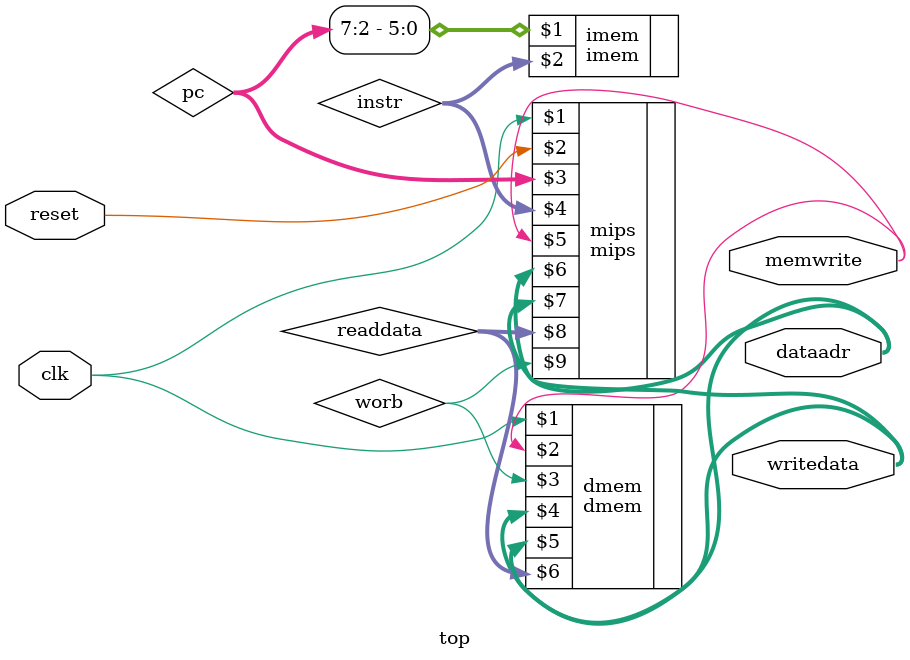
<source format=sv>
module top(input  logic        clk, reset, 
           output logic [31:0] writedata, dataadr, 
           output logic        memwrite);
//Internal Signals and Buses
logic [31:0] pc, instr, readdata;
logic worb;
//instantiate processor
mips mips(clk, reset, pc, instr, memwrite, dataadr, writedata, readdata,worb);
//instantiate instruction memory
imem imem(pc[7:2], instr);
//instantiate data memory
dmem dmem(clk, memwrite,worb ,dataadr, writedata, readdata);
endmodule

</source>
